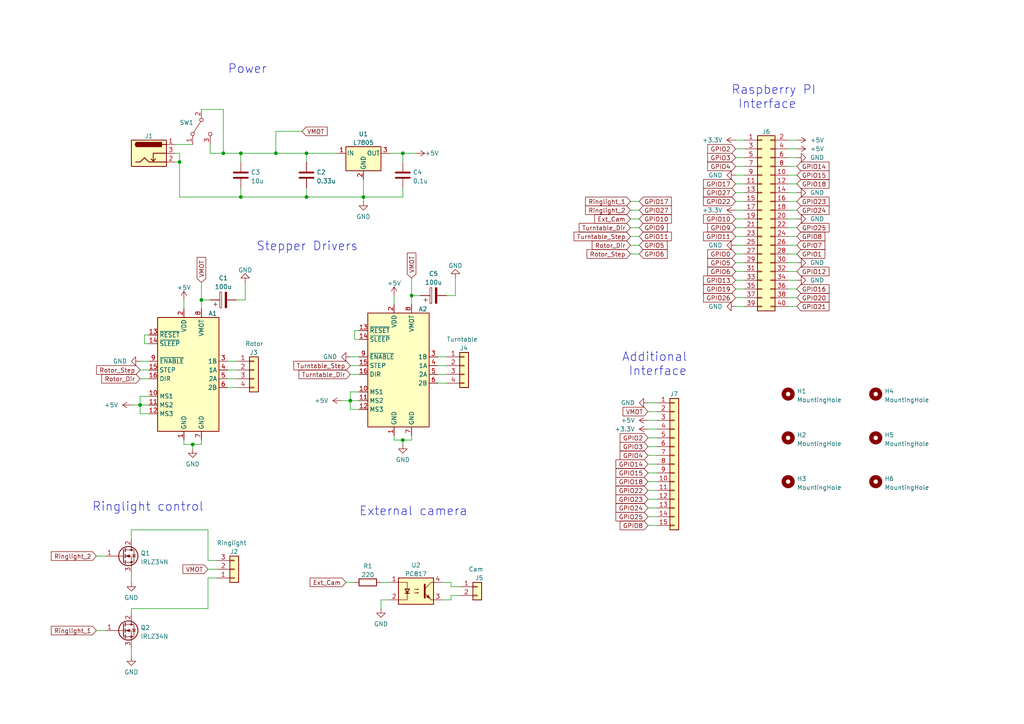
<source format=kicad_sch>
(kicad_sch (version 20211123) (generator eeschema)
  (paper "A4")
  (lib_symbols
    (symbol "Connector:Barrel_Jack_Switch_Pin3Ring" (pin_names hide)
      (property "Reference" "J?" (at 0 4.9728 0))
      (symbol "Barrel_Jack_Switch_Pin3Ring_0_1"
        (rectangle (start -5.08 3.81) (end 5.08 -3.81) (stroke (width 0.254)) (fill (type background)))
        (arc (start -3.302 3.175) (mid -3.937 2.54) (end -3.302 1.905) (stroke (width 0.254)))
        (arc (start -3.302 3.175) (mid -3.937 2.54) (end -3.302 1.905) (stroke (width 0.254)) (fill (type outline)))
        (polyline (pts (xy 1.27 -2.286) (xy 1.905 -1.651)) (stroke (width 0.254)))
        (polyline (pts (xy 5.08 2.54) (xy 3.81 2.54)) (stroke (width 0.254)))
        (polyline (pts (xy 5.08 0) (xy 1.27 0) (xy 1.27 -2.286) (xy 0.635 -1.651)) (stroke (width 0.254)))
        (polyline (pts (xy -3.81 -2.54) (xy -2.54 -2.54) (xy -1.27 -1.27) (xy 0 -2.54) (xy 2.54 -2.54) (xy 5.08 -2.54)) (stroke (width 0.254)))
        (rectangle (start 3.683 3.175) (end -3.302 1.905) (stroke (width 0.254)) (fill (type outline)))
      )
      (symbol "Barrel_Jack_Switch_Pin3Ring_1_1"
        (pin passive line (at 7.62 2.54 180) (length 2.54) (name "~") (number "1"))
        (pin passive line (at 7.62 -2.54 180) (length 2.54) (name "~") (number "2"))
        (pin passive line (at 7.62 0 180) (length 2.54) (name "~") (number "3"))
      )
    )
    (symbol "Connector_Generic:Conn_01x02" (pin_names (offset 1.016) hide)
      (property "Reference" "J" (at 0 2.54 0))
      (property "Value" "Conn_01x02" (at 0 -5.08 0))
      (symbol "Conn_01x02_1_1"
        (rectangle (start -1.27 -2.413) (end 0 -2.667) (stroke (width 0.1524)))
        (rectangle (start -1.27 0.127) (end 0 -0.127) (stroke (width 0.1524)))
        (rectangle (start -1.27 1.27) (end 1.27 -3.81) (stroke (width 0.254)) (fill (type background)))
        (pin passive line (at -5.08 0 0) (length 3.81) (name "Pin_1") (number "1"))
        (pin passive line (at -5.08 -2.54 0) (length 3.81) (name "Pin_2") (number "2"))
      )
    )
    (symbol "Connector_Generic:Conn_01x03" (pin_names (offset 1.016) hide)
      (property "Reference" "J" (at 0 5.08 0))
      (property "Value" "Conn_01x03" (at 0 -5.08 0))
      (symbol "Conn_01x03_1_1"
        (rectangle (start -1.27 -2.413) (end 0 -2.667) (stroke (width 0.1524)))
        (rectangle (start -1.27 0.127) (end 0 -0.127) (stroke (width 0.1524)))
        (rectangle (start -1.27 2.667) (end 0 2.413) (stroke (width 0.1524)))
        (rectangle (start -1.27 3.81) (end 1.27 -3.81) (stroke (width 0.254)) (fill (type background)))
        (pin passive line (at -5.08 2.54 0) (length 3.81) (name "Pin_1") (number "1"))
        (pin passive line (at -5.08 0 0) (length 3.81) (name "Pin_2") (number "2"))
        (pin passive line (at -5.08 -2.54 0) (length 3.81) (name "Pin_3") (number "3"))
      )
    )
    (symbol "Connector_Generic:Conn_01x04" (pin_names (offset 1.016) hide)
      (property "Reference" "J" (at 0 5.08 0))
      (property "Value" "Conn_01x04" (at 0 -7.62 0))
      (symbol "Conn_01x04_1_1"
        (rectangle (start -1.27 -4.953) (end 0 -5.207) (stroke (width 0.1524)))
        (rectangle (start -1.27 -2.413) (end 0 -2.667) (stroke (width 0.1524)))
        (rectangle (start -1.27 0.127) (end 0 -0.127) (stroke (width 0.1524)))
        (rectangle (start -1.27 2.667) (end 0 2.413) (stroke (width 0.1524)))
        (rectangle (start -1.27 3.81) (end 1.27 -6.35) (stroke (width 0.254)) (fill (type background)))
        (pin passive line (at -5.08 2.54 0) (length 3.81) (name "Pin_1") (number "1"))
        (pin passive line (at -5.08 0 0) (length 3.81) (name "Pin_2") (number "2"))
        (pin passive line (at -5.08 -2.54 0) (length 3.81) (name "Pin_3") (number "3"))
        (pin passive line (at -5.08 -5.08 0) (length 3.81) (name "Pin_4") (number "4"))
      )
    )
    (symbol "Connector_Generic:Conn_01x15" (pin_names (offset 1.016) hide)
      (property "Reference" "J" (at 0 20.32 0))
      (property "Value" "Conn_01x15" (at 0 -20.32 0))
      (symbol "Conn_01x15_1_1"
        (rectangle (start -1.27 -17.653) (end 0 -17.907) (stroke (width 0.1524)))
        (rectangle (start -1.27 -15.113) (end 0 -15.367) (stroke (width 0.1524)))
        (rectangle (start -1.27 -12.573) (end 0 -12.827) (stroke (width 0.1524)))
        (rectangle (start -1.27 -10.033) (end 0 -10.287) (stroke (width 0.1524)))
        (rectangle (start -1.27 -7.493) (end 0 -7.747) (stroke (width 0.1524)))
        (rectangle (start -1.27 -4.953) (end 0 -5.207) (stroke (width 0.1524)))
        (rectangle (start -1.27 -2.413) (end 0 -2.667) (stroke (width 0.1524)))
        (rectangle (start -1.27 0.127) (end 0 -0.127) (stroke (width 0.1524)))
        (rectangle (start -1.27 2.667) (end 0 2.413) (stroke (width 0.1524)))
        (rectangle (start -1.27 5.207) (end 0 4.953) (stroke (width 0.1524)))
        (rectangle (start -1.27 7.747) (end 0 7.493) (stroke (width 0.1524)))
        (rectangle (start -1.27 10.287) (end 0 10.033) (stroke (width 0.1524)))
        (rectangle (start -1.27 12.827) (end 0 12.573) (stroke (width 0.1524)))
        (rectangle (start -1.27 15.367) (end 0 15.113) (stroke (width 0.1524)))
        (rectangle (start -1.27 17.907) (end 0 17.653) (stroke (width 0.1524)))
        (rectangle (start -1.27 19.05) (end 1.27 -19.05) (stroke (width 0.254)) (fill (type background)))
        (pin passive line (at -5.08 17.78 0) (length 3.81) (name "Pin_1") (number "1"))
        (pin passive line (at -5.08 -5.08 0) (length 3.81) (name "Pin_10") (number "10"))
        (pin passive line (at -5.08 -7.62 0) (length 3.81) (name "Pin_11") (number "11"))
        (pin passive line (at -5.08 -10.16 0) (length 3.81) (name "Pin_12") (number "12"))
        (pin passive line (at -5.08 -12.7 0) (length 3.81) (name "Pin_13") (number "13"))
        (pin passive line (at -5.08 -15.24 0) (length 3.81) (name "Pin_14") (number "14"))
        (pin passive line (at -5.08 -17.78 0) (length 3.81) (name "Pin_15") (number "15"))
        (pin passive line (at -5.08 15.24 0) (length 3.81) (name "Pin_2") (number "2"))
        (pin passive line (at -5.08 12.7 0) (length 3.81) (name "Pin_3") (number "3"))
        (pin passive line (at -5.08 10.16 0) (length 3.81) (name "Pin_4") (number "4"))
        (pin passive line (at -5.08 7.62 0) (length 3.81) (name "Pin_5") (number "5"))
        (pin passive line (at -5.08 5.08 0) (length 3.81) (name "Pin_6") (number "6"))
        (pin passive line (at -5.08 2.54 0) (length 3.81) (name "Pin_7") (number "7"))
        (pin passive line (at -5.08 0 0) (length 3.81) (name "Pin_8") (number "8"))
        (pin passive line (at -5.08 -2.54 0) (length 3.81) (name "Pin_9") (number "9"))
      )
    )
    (symbol "Connector_Generic:Conn_02x20_Odd_Even" (pin_names (offset 1.016) hide)
      (property "Reference" "J" (at 1.27 25.4 0))
      (property "Value" "Conn_02x20_Odd_Even" (at 1.27 -27.94 0))
      (symbol "Conn_02x20_Odd_Even_1_1"
        (rectangle (start -1.27 -25.273) (end 0 -25.527) (stroke (width 0.1524)))
        (rectangle (start -1.27 -22.733) (end 0 -22.987) (stroke (width 0.1524)))
        (rectangle (start -1.27 -20.193) (end 0 -20.447) (stroke (width 0.1524)))
        (rectangle (start -1.27 -17.653) (end 0 -17.907) (stroke (width 0.1524)))
        (rectangle (start -1.27 -15.113) (end 0 -15.367) (stroke (width 0.1524)))
        (rectangle (start -1.27 -12.573) (end 0 -12.827) (stroke (width 0.1524)))
        (rectangle (start -1.27 -10.033) (end 0 -10.287) (stroke (width 0.1524)))
        (rectangle (start -1.27 -7.493) (end 0 -7.747) (stroke (width 0.1524)))
        (rectangle (start -1.27 -4.953) (end 0 -5.207) (stroke (width 0.1524)))
        (rectangle (start -1.27 -2.413) (end 0 -2.667) (stroke (width 0.1524)))
        (rectangle (start -1.27 0.127) (end 0 -0.127) (stroke (width 0.1524)))
        (rectangle (start -1.27 2.667) (end 0 2.413) (stroke (width 0.1524)))
        (rectangle (start -1.27 5.207) (end 0 4.953) (stroke (width 0.1524)))
        (rectangle (start -1.27 7.747) (end 0 7.493) (stroke (width 0.1524)))
        (rectangle (start -1.27 10.287) (end 0 10.033) (stroke (width 0.1524)))
        (rectangle (start -1.27 12.827) (end 0 12.573) (stroke (width 0.1524)))
        (rectangle (start -1.27 15.367) (end 0 15.113) (stroke (width 0.1524)))
        (rectangle (start -1.27 17.907) (end 0 17.653) (stroke (width 0.1524)))
        (rectangle (start -1.27 20.447) (end 0 20.193) (stroke (width 0.1524)))
        (rectangle (start -1.27 22.987) (end 0 22.733) (stroke (width 0.1524)))
        (rectangle (start -1.27 24.13) (end 3.81 -26.67) (stroke (width 0.254)) (fill (type background)))
        (rectangle (start 3.81 -25.273) (end 2.54 -25.527) (stroke (width 0.1524)))
        (rectangle (start 3.81 -22.733) (end 2.54 -22.987) (stroke (width 0.1524)))
        (rectangle (start 3.81 -20.193) (end 2.54 -20.447) (stroke (width 0.1524)))
        (rectangle (start 3.81 -17.653) (end 2.54 -17.907) (stroke (width 0.1524)))
        (rectangle (start 3.81 -15.113) (end 2.54 -15.367) (stroke (width 0.1524)))
        (rectangle (start 3.81 -12.573) (end 2.54 -12.827) (stroke (width 0.1524)))
        (rectangle (start 3.81 -10.033) (end 2.54 -10.287) (stroke (width 0.1524)))
        (rectangle (start 3.81 -7.493) (end 2.54 -7.747) (stroke (width 0.1524)))
        (rectangle (start 3.81 -4.953) (end 2.54 -5.207) (stroke (width 0.1524)))
        (rectangle (start 3.81 -2.413) (end 2.54 -2.667) (stroke (width 0.1524)))
        (rectangle (start 3.81 0.127) (end 2.54 -0.127) (stroke (width 0.1524)))
        (rectangle (start 3.81 2.667) (end 2.54 2.413) (stroke (width 0.1524)))
        (rectangle (start 3.81 5.207) (end 2.54 4.953) (stroke (width 0.1524)))
        (rectangle (start 3.81 7.747) (end 2.54 7.493) (stroke (width 0.1524)))
        (rectangle (start 3.81 10.287) (end 2.54 10.033) (stroke (width 0.1524)))
        (rectangle (start 3.81 12.827) (end 2.54 12.573) (stroke (width 0.1524)))
        (rectangle (start 3.81 15.367) (end 2.54 15.113) (stroke (width 0.1524)))
        (rectangle (start 3.81 17.907) (end 2.54 17.653) (stroke (width 0.1524)))
        (rectangle (start 3.81 20.447) (end 2.54 20.193) (stroke (width 0.1524)))
        (rectangle (start 3.81 22.987) (end 2.54 22.733) (stroke (width 0.1524)))
        (pin passive line (at -5.08 22.86 0) (length 3.81) (name "Pin_1") (number "1"))
        (pin passive line (at 7.62 12.7 180) (length 3.81) (name "Pin_10") (number "10"))
        (pin passive line (at -5.08 10.16 0) (length 3.81) (name "Pin_11") (number "11"))
        (pin passive line (at 7.62 10.16 180) (length 3.81) (name "Pin_12") (number "12"))
        (pin passive line (at -5.08 7.62 0) (length 3.81) (name "Pin_13") (number "13"))
        (pin passive line (at 7.62 7.62 180) (length 3.81) (name "Pin_14") (number "14"))
        (pin passive line (at -5.08 5.08 0) (length 3.81) (name "Pin_15") (number "15"))
        (pin passive line (at 7.62 5.08 180) (length 3.81) (name "Pin_16") (number "16"))
        (pin passive line (at -5.08 2.54 0) (length 3.81) (name "Pin_17") (number "17"))
        (pin passive line (at 7.62 2.54 180) (length 3.81) (name "Pin_18") (number "18"))
        (pin passive line (at -5.08 0 0) (length 3.81) (name "Pin_19") (number "19"))
        (pin passive line (at 7.62 22.86 180) (length 3.81) (name "Pin_2") (number "2"))
        (pin passive line (at 7.62 0 180) (length 3.81) (name "Pin_20") (number "20"))
        (pin passive line (at -5.08 -2.54 0) (length 3.81) (name "Pin_21") (number "21"))
        (pin passive line (at 7.62 -2.54 180) (length 3.81) (name "Pin_22") (number "22"))
        (pin passive line (at -5.08 -5.08 0) (length 3.81) (name "Pin_23") (number "23"))
        (pin passive line (at 7.62 -5.08 180) (length 3.81) (name "Pin_24") (number "24"))
        (pin passive line (at -5.08 -7.62 0) (length 3.81) (name "Pin_25") (number "25"))
        (pin passive line (at 7.62 -7.62 180) (length 3.81) (name "Pin_26") (number "26"))
        (pin passive line (at -5.08 -10.16 0) (length 3.81) (name "Pin_27") (number "27"))
        (pin passive line (at 7.62 -10.16 180) (length 3.81) (name "Pin_28") (number "28"))
        (pin passive line (at -5.08 -12.7 0) (length 3.81) (name "Pin_29") (number "29"))
        (pin passive line (at -5.08 20.32 0) (length 3.81) (name "Pin_3") (number "3"))
        (pin passive line (at 7.62 -12.7 180) (length 3.81) (name "Pin_30") (number "30"))
        (pin passive line (at -5.08 -15.24 0) (length 3.81) (name "Pin_31") (number "31"))
        (pin passive line (at 7.62 -15.24 180) (length 3.81) (name "Pin_32") (number "32"))
        (pin passive line (at -5.08 -17.78 0) (length 3.81) (name "Pin_33") (number "33"))
        (pin passive line (at 7.62 -17.78 180) (length 3.81) (name "Pin_34") (number "34"))
        (pin passive line (at -5.08 -20.32 0) (length 3.81) (name "Pin_35") (number "35"))
        (pin passive line (at 7.62 -20.32 180) (length 3.81) (name "Pin_36") (number "36"))
        (pin passive line (at -5.08 -22.86 0) (length 3.81) (name "Pin_37") (number "37"))
        (pin passive line (at 7.62 -22.86 180) (length 3.81) (name "Pin_38") (number "38"))
        (pin passive line (at -5.08 -25.4 0) (length 3.81) (name "Pin_39") (number "39"))
        (pin passive line (at 7.62 20.32 180) (length 3.81) (name "Pin_4") (number "4"))
        (pin passive line (at 7.62 -25.4 180) (length 3.81) (name "Pin_40") (number "40"))
        (pin passive line (at -5.08 17.78 0) (length 3.81) (name "Pin_5") (number "5"))
        (pin passive line (at 7.62 17.78 180) (length 3.81) (name "Pin_6") (number "6"))
        (pin passive line (at -5.08 15.24 0) (length 3.81) (name "Pin_7") (number "7"))
        (pin passive line (at 7.62 15.24 180) (length 3.81) (name "Pin_8") (number "8"))
        (pin passive line (at -5.08 12.7 0) (length 3.81) (name "Pin_9") (number "9"))
      )
    )
    (symbol "Device:C" (pin_numbers hide) (pin_names (offset 0.254))
      (property "Reference" "C" (at 0.635 2.54 0))
      (property "Value" "C" (at 0.635 -2.54 0))
      (symbol "C_0_1"
        (polyline (pts (xy -2.032 -0.762) (xy 2.032 -0.762)) (stroke (width 0.508)))
        (polyline (pts (xy -2.032 0.762) (xy 2.032 0.762)) (stroke (width 0.508)))
      )
      (symbol "C_1_1"
        (pin passive line (at 0 3.81 270) (length 2.794) (name "~") (number "1"))
        (pin passive line (at 0 -3.81 90) (length 2.794) (name "~") (number "2"))
      )
    )
    (symbol "Device:C_Polarized" (pin_numbers hide) (pin_names (offset 0.254))
      (property "Reference" "C" (at 0.635 2.54 0))
      (property "Value" "C_Polarized" (at 0.635 -2.54 0))
      (symbol "C_Polarized_0_1"
        (rectangle (start -2.286 0.508) (end 2.286 1.016))
        (polyline (pts (xy -1.778 2.286) (xy -0.762 2.286)))
        (polyline (pts (xy -1.27 2.794) (xy -1.27 1.778)))
        (rectangle (start 2.286 -0.508) (end -2.286 -1.016) (fill (type outline)))
      )
      (symbol "C_Polarized_1_1"
        (pin passive line (at 0 3.81 270) (length 2.794) (name "~") (number "1"))
        (pin passive line (at 0 -3.81 90) (length 2.794) (name "~") (number "2"))
      )
    )
    (symbol "Device:R" (pin_numbers hide) (pin_names (offset 0))
      (property "Reference" "R" (at 2.032 0 90))
      (property "Value" "R" (at 0 0 90))
      (symbol "R_0_1"
        (rectangle (start -1.016 -2.54) (end 1.016 2.54) (stroke (width 0.254)))
      )
      (symbol "R_1_1"
        (pin passive line (at 0 3.81 270) (length 1.27) (name "~") (number "1"))
        (pin passive line (at 0 -3.81 90) (length 1.27) (name "~") (number "2"))
      )
    )
    (symbol "Driver_Motor:Pololu_Breakout_A4988"
      (property "Reference" "A" (at -2.54 19.05 0))
      (property "Value" "Pololu_Breakout_A4988" (at -2.54 16.51 0))
      (symbol "Pololu_Breakout_A4988_0_1"
        (rectangle (start 10.16 -17.78) (end -7.62 15.24) (stroke (width 0.254)) (fill (type background)))
      )
      (symbol "Pololu_Breakout_A4988_1_1"
        (pin power_in line (at 0 -20.32 90) (length 2.54) (name "GND") (number "1"))
        (pin input line (at -10.16 -7.62 0) (length 2.54) (name "MS1") (number "10"))
        (pin input line (at -10.16 -10.16 0) (length 2.54) (name "MS2") (number "11"))
        (pin input line (at -10.16 -12.7 0) (length 2.54) (name "MS3") (number "12"))
        (pin input line (at -10.16 10.16 0) (length 2.54) (name "~{RESET}") (number "13"))
        (pin input line (at -10.16 7.62 0) (length 2.54) (name "~{SLEEP}") (number "14"))
        (pin input line (at -10.16 0 0) (length 2.54) (name "STEP") (number "15"))
        (pin input line (at -10.16 -2.54 0) (length 2.54) (name "DIR") (number "16"))
        (pin power_in line (at 0 17.78 270) (length 2.54) (name "VDD") (number "2"))
        (pin output line (at 12.7 2.54 180) (length 2.54) (name "1B") (number "3"))
        (pin output line (at 12.7 0 180) (length 2.54) (name "1A") (number "4"))
        (pin output line (at 12.7 -2.54 180) (length 2.54) (name "2A") (number "5"))
        (pin output line (at 12.7 -5.08 180) (length 2.54) (name "2B") (number "6"))
        (pin power_in line (at 5.08 -20.32 90) (length 2.54) (name "GND") (number "7"))
        (pin power_in line (at 5.08 17.78 270) (length 2.54) (name "VMOT") (number "8"))
        (pin input line (at -10.16 2.54 0) (length 2.54) (name "~{ENABLE}") (number "9"))
      )
    )
    (symbol "Isolator:PC817" (pin_names (offset 1.016))
      (property "Reference" "U" (at -5.08 5.08 0))
      (property "Value" "PC817" (at 0 5.08 0))
      (symbol "PC817_0_1"
        (rectangle (start -5.08 3.81) (end 5.08 -3.81) (stroke (width 0.254)) (fill (type background)))
        (polyline (pts (xy -3.175 -0.635) (xy -1.905 -0.635)) (stroke (width 0.254)))
        (polyline (pts (xy 2.54 0.635) (xy 4.445 2.54)))
        (polyline (pts (xy 4.445 -2.54) (xy 2.54 -0.635)) (fill (type outline)))
        (polyline (pts (xy 4.445 -2.54) (xy 5.08 -2.54)))
        (polyline (pts (xy 4.445 2.54) (xy 5.08 2.54)))
        (polyline (pts (xy -5.08 2.54) (xy -2.54 2.54) (xy -2.54 -0.635)))
        (polyline (pts (xy -2.54 -0.635) (xy -2.54 -2.54) (xy -5.08 -2.54)))
        (polyline (pts (xy 2.54 1.905) (xy 2.54 -1.905) (xy 2.54 -1.905)) (stroke (width 0.508)))
        (polyline (pts (xy -2.54 -0.635) (xy -3.175 0.635) (xy -1.905 0.635) (xy -2.54 -0.635)) (stroke (width 0.254)))
        (polyline (pts (xy -0.508 -0.508) (xy 0.762 -0.508) (xy 0.381 -0.635) (xy 0.381 -0.381) (xy 0.762 -0.508)))
        (polyline (pts (xy -0.508 0.508) (xy 0.762 0.508) (xy 0.381 0.381) (xy 0.381 0.635) (xy 0.762 0.508)))
        (polyline (pts (xy 3.048 -1.651) (xy 3.556 -1.143) (xy 4.064 -2.159) (xy 3.048 -1.651) (xy 3.048 -1.651)) (fill (type outline)))
      )
      (symbol "PC817_1_1"
        (pin passive line (at -7.62 2.54 0) (length 2.54) (name "~") (number "1"))
        (pin passive line (at -7.62 -2.54 0) (length 2.54) (name "~") (number "2"))
        (pin passive line (at 7.62 -2.54 180) (length 2.54) (name "~") (number "3"))
        (pin passive line (at 7.62 2.54 180) (length 2.54) (name "~") (number "4"))
      )
    )
    (symbol "Mechanical:MountingHole" (pin_names (offset 1.016))
      (property "Reference" "H" (at 0 5.08 0))
      (property "Value" "MountingHole" (at 0 3.175 0))
      (symbol "MountingHole_0_1"
        (circle (center 0 0) (radius 1.27) (stroke (width 1.27)))
      )
    )
    (symbol "Regulator_Linear:L7805" (pin_names (offset 0.254))
      (property "Reference" "U" (at -3.81 3.175 0))
      (property "Value" "L7805" (at 0 3.175 0))
      (symbol "L7805_0_1"
        (rectangle (start -5.08 1.905) (end 5.08 -5.08) (stroke (width 0.254)) (fill (type background)))
      )
      (symbol "L7805_1_1"
        (pin power_in line (at -7.62 0 0) (length 2.54) (name "IN") (number "1"))
        (pin power_in line (at 0 -7.62 90) (length 2.54) (name "GND") (number "2"))
        (pin power_out line (at 7.62 0 180) (length 2.54) (name "OUT") (number "3"))
      )
    )
    (symbol "Switch:SW_SPDT" (pin_names (offset 0) hide)
      (property "Reference" "SW" (at 0 4.318 0))
      (property "Value" "SW_SPDT" (at 0 -5.08 0))
      (symbol "SW_SPDT_0_0"
        (circle (center -2.032 0) (radius 0.508))
        (circle (center 2.032 -2.54) (radius 0.508))
      )
      (symbol "SW_SPDT_0_1"
        (polyline (pts (xy -1.524 0.254) (xy 1.651 2.286)))
        (circle (center 2.032 2.54) (radius 0.508))
      )
      (symbol "SW_SPDT_1_1"
        (pin passive line (at 5.08 2.54 180) (length 2.54) (name "A") (number "1"))
        (pin passive line (at -5.08 0 0) (length 2.54) (name "B") (number "2"))
        (pin passive line (at 5.08 -2.54 180) (length 2.54) (name "C") (number "3"))
      )
    )
    (symbol "Transistor_FET:IRLZ34N" (pin_names hide)
      (property "Reference" "Q" (at 6.35 1.905 0))
      (property "Value" "IRLZ34N" (at 6.35 0 0))
      (symbol "IRLZ34N_0_1"
        (polyline (pts (xy 0.254 0) (xy -2.54 0)))
        (polyline (pts (xy 0.254 1.905) (xy 0.254 -1.905)) (stroke (width 0.254)))
        (polyline (pts (xy 0.762 -1.27) (xy 0.762 -2.286)) (stroke (width 0.254)))
        (polyline (pts (xy 0.762 0.508) (xy 0.762 -0.508)) (stroke (width 0.254)))
        (polyline (pts (xy 0.762 2.286) (xy 0.762 1.27)) (stroke (width 0.254)))
        (polyline (pts (xy 2.54 2.54) (xy 2.54 1.778)))
        (polyline (pts (xy 2.54 -2.54) (xy 2.54 0) (xy 0.762 0)))
        (polyline (pts (xy 0.762 -1.778) (xy 3.302 -1.778) (xy 3.302 1.778) (xy 0.762 1.778)))
        (polyline (pts (xy 1.016 0) (xy 2.032 0.381) (xy 2.032 -0.381) (xy 1.016 0)) (fill (type outline)))
        (polyline (pts (xy 2.794 0.508) (xy 2.921 0.381) (xy 3.683 0.381) (xy 3.81 0.254)))
        (polyline (pts (xy 3.302 0.381) (xy 2.921 -0.254) (xy 3.683 -0.254) (xy 3.302 0.381)))
        (circle (center 1.651 0) (radius 2.794) (stroke (width 0.254)))
        (circle (center 2.54 -1.778) (radius 0.254) (fill (type outline)))
        (circle (center 2.54 1.778) (radius 0.254) (fill (type outline)))
      )
      (symbol "IRLZ34N_1_1"
        (pin input line (at -5.08 0 0) (length 2.54) (name "G") (number "1"))
        (pin passive line (at 2.54 5.08 270) (length 2.54) (name "D") (number "2"))
        (pin passive line (at 2.54 -5.08 90) (length 2.54) (name "S") (number "3"))
      )
    )
    (symbol "power:+3.3V" (power) (pin_names (offset 0))
      (property "Value" "+3.3V" (at 0 3.556 0))
      (symbol "+3.3V_0_1"
        (polyline (pts (xy -0.762 1.27) (xy 0 2.54)))
        (polyline (pts (xy 0 0) (xy 0 2.54)))
        (polyline (pts (xy 0 2.54) (xy 0.762 1.27)))
      )
      (symbol "+3.3V_1_1"
        (pin power_in line (at 0 0 90) (length 0) hide (name "+3.3V") (number "1"))
      )
    )
    (symbol "power:+5V" (power) (pin_names (offset 0))
      (property "Value" "+5V" (at 0 3.556 0))
      (symbol "+5V_0_1"
        (polyline (pts (xy -0.762 1.27) (xy 0 2.54)))
        (polyline (pts (xy 0 0) (xy 0 2.54)))
        (polyline (pts (xy 0 2.54) (xy 0.762 1.27)))
      )
      (symbol "+5V_1_1"
        (pin power_in line (at 0 0 90) (length 0) hide (name "+5V") (number "1"))
      )
    )
    (symbol "power:GND" (power) (pin_names (offset 0))
      (property "Value" "GND" (at 0 -3.81 0))
      (symbol "GND_0_1"
        (polyline (pts (xy 0 0) (xy 0 -1.27) (xy 1.27 -1.27) (xy 0 -2.54) (xy -1.27 -1.27) (xy 0 -1.27)))
      )
      (symbol "GND_1_1"
        (pin power_in line (at 0 0 270) (length 0) hide (name "GND") (number "1"))
      )
    )
  )
  (junction (at 69.85 44.45))
  (junction (at 52.07 46.99))
  (junction (at 55.88 128.905))
  (junction (at 80.01 44.45))
  (junction (at 88.9 44.45))
  (junction (at 88.9 57.15))
  (junction (at 58.42 86.995))
  (junction (at 64.77 44.45))
  (junction (at 105.41 57.15))
  (junction (at 116.84 127.635))
  (junction (at 40.64 117.475))
  (junction (at 116.84 44.45))
  (junction (at 69.85 57.15))
  (junction (at 101.6 116.205))
  (junction (at 119.38 85.725))
  (wire (pts (xy 43.18 99.695) (xy 41.91 99.695)))
  (wire (pts (xy 66.04 112.395) (xy 68.58 112.395)))
  (wire (pts (xy 55.88 128.905) (xy 58.42 128.905)))
  (wire (pts (xy 113.03 44.45) (xy 116.84 44.45)))
  (wire (pts (xy 182.88 68.58) (xy 185.42 68.58)))
  (wire (pts (xy 102.87 98.425) (xy 102.87 95.885)))
  (wire (pts (xy 66.04 109.855) (xy 68.58 109.855)))
  (wire (pts (xy 119.38 80.645) (xy 119.38 85.725)))
  (wire (pts (xy 119.38 85.725) (xy 121.92 85.725)))
  (wire (pts (xy 64.77 44.45) (xy 69.85 44.45)))
  (wire (pts (xy 60.96 44.45) (xy 64.77 44.45)))
  (wire (pts (xy 38.1 176.53) (xy 60.325 176.53)))
  (wire (pts (xy 38.1 153.67) (xy 60.325 153.67)))
  (wire (pts (xy 228.6 73.66) (xy 231.14 73.66)))
  (wire (pts (xy 38.1 156.21) (xy 38.1 153.67)))
  (wire (pts (xy 41.91 97.155) (xy 43.18 97.155)))
  (wire (pts (xy 182.88 73.66) (xy 185.42 73.66)))
  (wire (pts (xy 228.6 48.26) (xy 231.14 48.26)))
  (wire (pts (xy 88.9 44.45) (xy 88.9 46.99)))
  (wire (pts (xy 228.6 40.64) (xy 231.14 40.64)))
  (wire (pts (xy 116.84 44.45) (xy 120.65 44.45)))
  (wire (pts (xy 116.84 44.45) (xy 116.84 46.99)))
  (wire (pts (xy 228.6 63.5) (xy 231.14 63.5)))
  (wire (pts (xy 60.325 153.67) (xy 60.325 162.56)))
  (wire (pts (xy 213.36 55.88) (xy 215.9 55.88)))
  (wire (pts (xy 130.81 172.72) (xy 130.81 173.99)))
  (wire (pts (xy 116.84 127.635) (xy 116.84 128.905)))
  (wire (pts (xy 182.88 66.04) (xy 185.42 66.04)))
  (wire (pts (xy 40.64 117.475) (xy 40.64 114.935)))
  (wire (pts (xy 50.8 44.45) (xy 52.07 44.45)))
  (wire (pts (xy 101.6 103.505) (xy 104.14 103.505)))
  (wire (pts (xy 68.58 86.995) (xy 71.12 86.995)))
  (wire (pts (xy 182.88 63.5) (xy 185.42 63.5)))
  (wire (pts (xy 40.64 117.475) (xy 43.18 117.475)))
  (wire (pts (xy 213.36 81.28) (xy 215.9 81.28)))
  (wire (pts (xy 213.36 76.2) (xy 215.9 76.2)))
  (wire (pts (xy 228.6 55.88) (xy 231.14 55.88)))
  (wire (pts (xy 105.41 52.07) (xy 105.41 57.15)))
  (wire (pts (xy 228.6 43.18) (xy 231.14 43.18)))
  (wire (pts (xy 187.96 127) (xy 190.5 127)))
  (wire (pts (xy 213.36 50.8) (xy 215.9 50.8)))
  (wire (pts (xy 187.96 149.86) (xy 190.5 149.86)))
  (wire (pts (xy 55.88 128.905) (xy 55.88 130.175)))
  (wire (pts (xy 27.94 182.88) (xy 30.48 182.88)))
  (wire (pts (xy 99.06 116.205) (xy 101.6 116.205)))
  (wire (pts (xy 40.64 120.015) (xy 40.64 117.475)))
  (wire (pts (xy 130.81 170.18) (xy 133.35 170.18)))
  (wire (pts (xy 228.6 71.12) (xy 231.14 71.12)))
  (wire (pts (xy 104.14 98.425) (xy 102.87 98.425)))
  (wire (pts (xy 52.07 57.15) (xy 69.85 57.15)))
  (wire (pts (xy 60.325 162.56) (xy 62.865 162.56)))
  (wire (pts (xy 213.36 71.12) (xy 215.9 71.12)))
  (wire (pts (xy 187.96 132.08) (xy 190.5 132.08)))
  (wire (pts (xy 69.85 44.45) (xy 69.85 46.99)))
  (wire (pts (xy 213.36 68.58) (xy 215.9 68.58)))
  (wire (pts (xy 52.07 44.45) (xy 52.07 46.99)))
  (wire (pts (xy 58.42 128.905) (xy 58.42 127.635)))
  (wire (pts (xy 114.3 127.635) (xy 116.84 127.635)))
  (wire (pts (xy 228.6 68.58) (xy 231.14 68.58)))
  (wire (pts (xy 187.96 152.4) (xy 190.5 152.4)))
  (wire (pts (xy 88.9 44.45) (xy 97.79 44.45)))
  (wire (pts (xy 213.36 58.42) (xy 215.9 58.42)))
  (wire (pts (xy 66.04 104.775) (xy 68.58 104.775)))
  (wire (pts (xy 114.3 126.365) (xy 114.3 127.635)))
  (wire (pts (xy 228.6 50.8) (xy 231.14 50.8)))
  (wire (pts (xy 127 111.125) (xy 129.54 111.125)))
  (wire (pts (xy 53.34 127.635) (xy 53.34 128.905)))
  (wire (pts (xy 128.27 168.91) (xy 130.81 168.91)))
  (wire (pts (xy 213.36 88.9) (xy 215.9 88.9)))
  (wire (pts (xy 187.96 116.84) (xy 190.5 116.84)))
  (wire (pts (xy 127 103.505) (xy 129.54 103.505)))
  (wire (pts (xy 116.84 54.61) (xy 116.84 57.15)))
  (wire (pts (xy 213.36 63.5) (xy 215.9 63.5)))
  (wire (pts (xy 228.6 58.42) (xy 231.14 58.42)))
  (wire (pts (xy 58.42 86.995) (xy 58.42 89.535)))
  (wire (pts (xy 228.6 45.72) (xy 231.14 45.72)))
  (wire (pts (xy 129.54 85.725) (xy 132.08 85.725)))
  (wire (pts (xy 100.33 168.91) (xy 102.87 168.91)))
  (wire (pts (xy 187.96 137.16) (xy 190.5 137.16)))
  (wire (pts (xy 101.6 118.745) (xy 101.6 116.205)))
  (wire (pts (xy 187.96 124.46) (xy 190.5 124.46)))
  (wire (pts (xy 213.36 86.36) (xy 215.9 86.36)))
  (wire (pts (xy 64.77 31.75) (xy 64.77 44.45)))
  (wire (pts (xy 110.49 168.91) (xy 113.03 168.91)))
  (wire (pts (xy 133.35 172.72) (xy 130.81 172.72)))
  (wire (pts (xy 53.34 128.905) (xy 55.88 128.905)))
  (wire (pts (xy 43.18 120.015) (xy 40.64 120.015)))
  (wire (pts (xy 182.88 60.96) (xy 185.42 60.96)))
  (wire (pts (xy 187.96 134.62) (xy 190.5 134.62)))
  (wire (pts (xy 127 106.045) (xy 129.54 106.045)))
  (wire (pts (xy 50.8 41.91) (xy 55.88 41.91)))
  (wire (pts (xy 213.36 60.96) (xy 215.9 60.96)))
  (wire (pts (xy 102.87 95.885) (xy 104.14 95.885)))
  (wire (pts (xy 228.6 81.28) (xy 231.14 81.28)))
  (wire (pts (xy 228.6 53.34) (xy 231.14 53.34)))
  (wire (pts (xy 53.34 86.995) (xy 53.34 89.535)))
  (wire (pts (xy 187.96 121.92) (xy 190.5 121.92)))
  (wire (pts (xy 132.08 80.645) (xy 132.08 85.725)))
  (wire (pts (xy 41.91 99.695) (xy 41.91 97.155)))
  (wire (pts (xy 228.6 60.96) (xy 231.14 60.96)))
  (wire (pts (xy 69.85 54.61) (xy 69.85 57.15)))
  (wire (pts (xy 71.12 81.915) (xy 71.12 86.995)))
  (wire (pts (xy 187.96 129.54) (xy 190.5 129.54)))
  (wire (pts (xy 40.64 114.935) (xy 43.18 114.935)))
  (wire (pts (xy 80.01 38.1) (xy 87.63 38.1)))
  (wire (pts (xy 105.41 57.15) (xy 105.41 58.42)))
  (wire (pts (xy 130.81 168.91) (xy 130.81 170.18)))
  (wire (pts (xy 60.96 41.91) (xy 60.96 44.45)))
  (wire (pts (xy 69.85 57.15) (xy 88.9 57.15)))
  (wire (pts (xy 187.96 147.32) (xy 190.5 147.32)))
  (wire (pts (xy 116.84 127.635) (xy 119.38 127.635)))
  (wire (pts (xy 40.64 107.315) (xy 43.18 107.315)))
  (wire (pts (xy 213.36 40.64) (xy 215.9 40.64)))
  (wire (pts (xy 182.88 71.12) (xy 185.42 71.12)))
  (wire (pts (xy 38.1 187.96) (xy 38.1 190.5)))
  (wire (pts (xy 101.6 116.205) (xy 104.14 116.205)))
  (wire (pts (xy 228.6 83.82) (xy 231.14 83.82)))
  (wire (pts (xy 38.1 166.37) (xy 38.1 168.91)))
  (wire (pts (xy 213.36 53.34) (xy 215.9 53.34)))
  (wire (pts (xy 58.42 81.915) (xy 58.42 86.995)))
  (wire (pts (xy 187.96 142.24) (xy 190.5 142.24)))
  (wire (pts (xy 228.6 66.04) (xy 231.14 66.04)))
  (wire (pts (xy 119.38 127.635) (xy 119.38 126.365)))
  (wire (pts (xy 60.325 165.1) (xy 62.865 165.1)))
  (wire (pts (xy 228.6 78.74) (xy 231.14 78.74)))
  (wire (pts (xy 101.6 116.205) (xy 101.6 113.665)))
  (wire (pts (xy 60.325 176.53) (xy 60.325 167.64)))
  (wire (pts (xy 130.81 173.99) (xy 128.27 173.99)))
  (wire (pts (xy 116.84 57.15) (xy 105.41 57.15)))
  (wire (pts (xy 213.36 83.82) (xy 215.9 83.82)))
  (wire (pts (xy 187.96 139.7) (xy 190.5 139.7)))
  (wire (pts (xy 182.88 58.42) (xy 185.42 58.42)))
  (wire (pts (xy 80.01 44.45) (xy 88.9 44.45)))
  (wire (pts (xy 101.6 106.045) (xy 104.14 106.045)))
  (wire (pts (xy 27.94 161.29) (xy 30.48 161.29)))
  (wire (pts (xy 101.6 108.585) (xy 104.14 108.585)))
  (wire (pts (xy 80.01 38.1) (xy 80.01 44.45)))
  (wire (pts (xy 69.85 44.45) (xy 80.01 44.45)))
  (wire (pts (xy 110.49 173.99) (xy 113.03 173.99)))
  (wire (pts (xy 114.3 85.725) (xy 114.3 88.265)))
  (wire (pts (xy 104.14 118.745) (xy 101.6 118.745)))
  (wire (pts (xy 213.36 45.72) (xy 215.9 45.72)))
  (wire (pts (xy 38.1 176.53) (xy 38.1 177.8)))
  (wire (pts (xy 58.42 31.75) (xy 64.77 31.75)))
  (wire (pts (xy 228.6 76.2) (xy 231.14 76.2)))
  (wire (pts (xy 187.96 119.38) (xy 190.5 119.38)))
  (wire (pts (xy 60.325 167.64) (xy 62.865 167.64)))
  (wire (pts (xy 213.36 43.18) (xy 215.9 43.18)))
  (wire (pts (xy 50.8 46.99) (xy 52.07 46.99)))
  (wire (pts (xy 119.38 85.725) (xy 119.38 88.265)))
  (wire (pts (xy 110.49 176.53) (xy 110.49 173.99)))
  (wire (pts (xy 40.64 104.775) (xy 43.18 104.775)))
  (wire (pts (xy 127 108.585) (xy 129.54 108.585)))
  (wire (pts (xy 40.64 109.855) (xy 43.18 109.855)))
  (wire (pts (xy 213.36 48.26) (xy 215.9 48.26)))
  (wire (pts (xy 213.36 73.66) (xy 215.9 73.66)))
  (wire (pts (xy 213.36 78.74) (xy 215.9 78.74)))
  (wire (pts (xy 66.04 107.315) (xy 68.58 107.315)))
  (wire (pts (xy 228.6 88.9) (xy 231.14 88.9)))
  (wire (pts (xy 213.36 66.04) (xy 215.9 66.04)))
  (wire (pts (xy 88.9 57.15) (xy 105.41 57.15)))
  (wire (pts (xy 52.07 46.99) (xy 52.07 57.15)))
  (wire (pts (xy 101.6 113.665) (xy 104.14 113.665)))
  (wire (pts (xy 38.1 117.475) (xy 40.64 117.475)))
  (wire (pts (xy 187.96 144.78) (xy 190.5 144.78)))
  (wire (pts (xy 228.6 86.36) (xy 231.14 86.36)))
  (wire (pts (xy 88.9 54.61) (xy 88.9 57.15)))
  (wire (pts (xy 58.42 86.995) (xy 60.96 86.995)))
  (text "Additional\n Interface\n" (at 180.34 109.22 0) (effects (font (size 2.54 2.54)) (justify left bottom)))
  (text "Power" (at 66.04 21.59 0) (effects (font (size 2.54 2.54)) (justify left bottom)))
  (text "Stepper Drivers" (at 74.295 73.025 0) (effects (font (size 2.54 2.54)) (justify left bottom)))
  (text "External camera" (at 104.14 149.86 0) (effects (font (size 2.54 2.54)) (justify left bottom)))
  (text "Raspberry PI\n Interface\n" (at 212.09 31.75 0) (effects (font (size 2.54 2.54)) (justify left bottom)))
  (text "Ringlight control" (at 26.67 148.59 0) (effects (font (size 2.54 2.54)) (justify left bottom)))
  (global_label "GPIO9" (shape input) (at 213.36 66.04 180) (property "Intersheet References" "${INTERSHEET_REFS}" (effects hide)))
  (global_label "GPIO3" (shape input) (at 187.96 129.54 180) (property "Intersheet References" "${INTERSHEET_REFS}" (effects hide)))
  (global_label "GPIO25" (shape input) (at 231.14 66.04 0) (property "Intersheet References" "${INTERSHEET_REFS}" (effects hide)))
  (global_label "VMOT" (shape input) (at 119.38 80.645 90) (property "Intersheet References" "${INTERSHEET_REFS}" (effects hide)))
  (global_label "GPIO10" (shape input) (at 213.36 63.5 180) (property "Intersheet References" "${INTERSHEET_REFS}" (effects hide)))
  (global_label "GPIO12" (shape input) (at 231.14 78.74 0) (property "Intersheet References" "${INTERSHEET_REFS}" (effects hide)))
  (global_label "GPIO26" (shape input) (at 213.36 86.36 180) (property "Intersheet References" "${INTERSHEET_REFS}" (effects hide)))
  (global_label "GPIO2" (shape input) (at 187.96 127 180) (property "Intersheet References" "${INTERSHEET_REFS}" (effects hide)))
  (global_label "GPIO15" (shape input) (at 231.14 50.8 0) (property "Intersheet References" "${INTERSHEET_REFS}" (effects hide)))
  (global_label "GPIO22" (shape input) (at 213.36 58.42 180) (property "Intersheet References" "${INTERSHEET_REFS}" (effects hide)))
  (global_label "GPIO9" (shape input) (at 185.42 66.04 0) (property "Intersheet References" "${INTERSHEET_REFS}" (effects hide)))
  (global_label "GPIO4" (shape input) (at 213.36 48.26 180) (property "Intersheet References" "${INTERSHEET_REFS}" (effects hide)))
  (global_label "GPIO8" (shape input) (at 187.96 152.4 180) (property "Intersheet References" "${INTERSHEET_REFS}" (effects hide)))
  (global_label "GPIO11" (shape input) (at 185.42 68.58 0) (property "Intersheet References" "${INTERSHEET_REFS}" (effects hide)))
  (global_label "Rotor_Step" (shape input) (at 40.64 107.315 180) (property "Intersheet References" "${INTERSHEET_REFS}" (effects hide)))
  (global_label "Ringlight_1" (shape input) (at 27.94 182.88 180) (property "Intersheet References" "${INTERSHEET_REFS}" (effects hide)))
  (global_label "GPIO23" (shape input) (at 231.14 58.42 0) (property "Intersheet References" "${INTERSHEET_REFS}" (effects hide)))
  (global_label "VMOT" (shape input) (at 87.63 38.1 0) (property "Intersheet References" "${INTERSHEET_REFS}" (effects hide)))
  (global_label "GPIO17" (shape input) (at 213.36 53.34 180) (property "Intersheet References" "${INTERSHEET_REFS}" (effects hide)))
  (global_label "GPIO10" (shape input) (at 185.42 63.5 0) (property "Intersheet References" "${INTERSHEET_REFS}" (effects hide)))
  (global_label "GPIO6" (shape input) (at 213.36 78.74 180) (property "Intersheet References" "${INTERSHEET_REFS}" (effects hide)))
  (global_label "GPIO5" (shape input) (at 213.36 76.2 180) (property "Intersheet References" "${INTERSHEET_REFS}" (effects hide)))
  (global_label "GPIO2" (shape input) (at 213.36 43.18 180) (property "Intersheet References" "${INTERSHEET_REFS}" (effects hide)))
  (global_label "VMOT" (shape input) (at 58.42 81.915 90) (property "Intersheet References" "${INTERSHEET_REFS}" (effects hide)))
  (global_label "Turntable_Dir" (shape input) (at 182.88 66.04 180) (property "Intersheet References" "${INTERSHEET_REFS}" (effects hide)))
  (global_label "GPIO27" (shape input) (at 213.36 55.88 180) (property "Intersheet References" "${INTERSHEET_REFS}" (effects hide)))
  (global_label "VMOT" (shape input) (at 187.96 119.38 180) (property "Intersheet References" "${INTERSHEET_REFS}" (effects hide)))
  (global_label "GPIO23" (shape input) (at 187.96 144.78 180) (property "Intersheet References" "${INTERSHEET_REFS}" (effects hide)))
  (global_label "Ext_Cam" (shape input) (at 100.33 168.91 180) (property "Intersheet References" "${INTERSHEET_REFS}" (effects hide)))
  (global_label "Ext_Cam" (shape input) (at 182.88 63.5 180) (property "Intersheet References" "${INTERSHEET_REFS}" (effects hide)))
  (global_label "GPIO21" (shape input) (at 231.14 88.9 0) (property "Intersheet References" "${INTERSHEET_REFS}" (effects hide)))
  (global_label "GPIO19" (shape input) (at 213.36 83.82 180) (property "Intersheet References" "${INTERSHEET_REFS}" (effects hide)))
  (global_label "Ringlight_2" (shape input) (at 27.94 161.29 180) (property "Intersheet References" "${INTERSHEET_REFS}" (effects hide)))
  (global_label "GPIO3" (shape input) (at 213.36 45.72 180) (property "Intersheet References" "${INTERSHEET_REFS}" (effects hide)))
  (global_label "Turntable_Step" (shape input) (at 101.6 106.045 180) (property "Intersheet References" "${INTERSHEET_REFS}" (effects hide)))
  (global_label "VMOT" (shape input) (at 60.325 165.1 180) (property "Intersheet References" "${INTERSHEET_REFS}" (effects hide)))
  (global_label "GPIO24" (shape input) (at 187.96 147.32 180) (property "Intersheet References" "${INTERSHEET_REFS}" (effects hide)))
  (global_label "GPIO18" (shape input) (at 231.14 53.34 0) (property "Intersheet References" "${INTERSHEET_REFS}" (effects hide)))
  (global_label "Ringlight_1" (shape input) (at 182.88 58.42 180) (property "Intersheet References" "${INTERSHEET_REFS}" (effects hide)))
  (global_label "GPIO14" (shape input) (at 231.14 48.26 0) (property "Intersheet References" "${INTERSHEET_REFS}" (effects hide)))
  (global_label "GPIO15" (shape input) (at 187.96 137.16 180) (property "Intersheet References" "${INTERSHEET_REFS}" (effects hide)))
  (global_label "GPIO24" (shape input) (at 231.14 60.96 0) (property "Intersheet References" "${INTERSHEET_REFS}" (effects hide)))
  (global_label "GPIO0" (shape input) (at 213.36 73.66 180) (property "Intersheet References" "${INTERSHEET_REFS}" (effects hide)))
  (global_label "Ringlight_2" (shape input) (at 182.88 60.96 180) (property "Intersheet References" "${INTERSHEET_REFS}" (effects hide)))
  (global_label "GPIO6" (shape input) (at 185.42 73.66 0) (property "Intersheet References" "${INTERSHEET_REFS}" (effects hide)))
  (global_label "GPIO25" (shape input) (at 187.96 149.86 180) (property "Intersheet References" "${INTERSHEET_REFS}" (effects hide)))
  (global_label "GPIO14" (shape input) (at 187.96 134.62 180) (property "Intersheet References" "${INTERSHEET_REFS}" (effects hide)))
  (global_label "GPIO16" (shape input) (at 231.14 83.82 0) (property "Intersheet References" "${INTERSHEET_REFS}" (effects hide)))
  (global_label "Turntable_Dir" (shape input) (at 101.6 108.585 180) (property "Intersheet References" "${INTERSHEET_REFS}" (effects hide)))
  (global_label "GPIO18" (shape input) (at 187.96 139.7 180) (property "Intersheet References" "${INTERSHEET_REFS}" (effects hide)))
  (global_label "Rotor_Dir" (shape input) (at 182.88 71.12 180) (property "Intersheet References" "${INTERSHEET_REFS}" (effects hide)))
  (global_label "GPIO11" (shape input) (at 213.36 68.58 180) (property "Intersheet References" "${INTERSHEET_REFS}" (effects hide)))
  (global_label "GPIO5" (shape input) (at 185.42 71.12 0) (property "Intersheet References" "${INTERSHEET_REFS}" (effects hide)))
  (global_label "GPIO20" (shape input) (at 231.14 86.36 0) (property "Intersheet References" "${INTERSHEET_REFS}" (effects hide)))
  (global_label "GPIO17" (shape input) (at 185.42 58.42 0) (property "Intersheet References" "${INTERSHEET_REFS}" (effects hide)))
  (global_label "GPIO8" (shape input) (at 231.14 68.58 0) (property "Intersheet References" "${INTERSHEET_REFS}" (effects hide)))
  (global_label "GPIO4" (shape input) (at 187.96 132.08 180) (property "Intersheet References" "${INTERSHEET_REFS}" (effects hide)))
  (global_label "GPIO22" (shape input) (at 187.96 142.24 180) (property "Intersheet References" "${INTERSHEET_REFS}" (effects hide)))
  (global_label "Rotor_Dir" (shape input) (at 40.64 109.855 180) (property "Intersheet References" "${INTERSHEET_REFS}" (effects hide)))
  (global_label "GPIO13" (shape input) (at 213.36 81.28 180) (property "Intersheet References" "${INTERSHEET_REFS}" (effects hide)))
  (global_label "Rotor_Step" (shape input) (at 182.88 73.66 180) (property "Intersheet References" "${INTERSHEET_REFS}" (effects hide)))
  (global_label "GPIO1" (shape input) (at 231.14 73.66 0) (property "Intersheet References" "${INTERSHEET_REFS}" (effects hide)))
  (global_label "Turntable_Step" (shape input) (at 182.88 68.58 180) (property "Intersheet References" "${INTERSHEET_REFS}" (effects hide)))
  (global_label "GPIO27" (shape input) (at 185.42 60.96 0) (property "Intersheet References" "${INTERSHEET_REFS}" (effects hide)))
  (global_label "GPIO7" (shape input) (at 231.14 71.12 0) (property "Intersheet References" "${INTERSHEET_REFS}" (effects hide)))
  (symbol (lib_id "Mechanical:MountingHole") (at 254 127 0) (unit 1)
    (property "Reference" "H5" (at 256.54 126.1653 0) (effects (justify left)))
    (property "Value" "MountingHole" (at 256.54 128.7022 0) (effects (justify left)))
    (property "Footprint" "MountingHole:MountingHole_3.5mm" (effects hide))
  )
  (symbol (lib_id "Connector_Generic:Conn_01x03") (at 67.945 165.1 0) (mirror x) (unit 1)
    (property "Reference" "J2" (at 66.675 160.02 0) (effects (justify left)))
    (property "Value" "Ringlight" (at 62.865 157.48 0) (effects (justify left)))
    (property "Footprint" "Connector_JST:JST_XH_S3B-XH-A_1x03_P2.50mm_Horizontal" (effects hide))
  )
  (symbol (lib_id "Device:C") (at 69.85 50.8 0) (unit 1)
    (property "Reference" "C3" (at 72.771 49.9653 0) (effects (justify left)))
    (property "Value" "10u" (at 72.771 52.5022 0) (effects (justify left)))
    (property "Footprint" "Capacitor_SMD:C_0805_2012Metric_Pad1.18x1.45mm_HandSolder" (effects hide))
  )
  (symbol (lib_id "power:GND") (at 101.6 103.505 270) (unit 1)
    (property "Reference" "#PWR011" (effects hide))
    (property "Value" "GND" (at 97.79 103.505 90) (effects (justify right)))
  )
  (symbol (lib_id "power:+5V") (at 114.3 85.725 0) (unit 1)
    (property "Reference" "#PWR014" (effects hide))
    (property "Value" "+5V" (at 114.3 82.1492 0))
  )
  (symbol (lib_id "Mechanical:MountingHole") (at 228.6 114.3 0) (unit 1)
    (property "Reference" "H1" (at 231.14 113.4653 0) (effects (justify left)))
    (property "Value" "MountingHole" (at 231.14 116.0022 0) (effects (justify left)))
    (property "Footprint" "MountingHole:MountingHole_3.5mm" (effects hide))
  )
  (symbol (lib_id "Driver_Motor:Pololu_Breakout_A4988") (at 53.34 107.315 0) (unit 1)
    (property "Reference" "A1" (at 60.4394 90.9122 0) (effects (justify left)))
    (property "Value" "Pololu_Breakout_A4988" (effects hide))
    (property "Footprint" "Module:Pololu_Breakout-16_15.2x20.3mm" (effects hide))
    (property "Datasheet" "https://www.pololu.com/product/2980/pictures" (effects hide))
  )
  (symbol (lib_id "power:+5V") (at 38.1 117.475 90) (unit 1)
    (property "Reference" "#PWR01" (effects hide))
    (property "Value" "+5V" (at 34.29 117.475 90) (effects (justify left)))
  )
  (symbol (lib_id "Transistor_FET:IRLZ34N") (at 35.56 161.29 0) (unit 1)
    (property "Reference" "Q1" (at 40.767 160.4553 0) (effects (justify left)))
    (property "Value" "IRLZ34N" (at 40.767 162.9922 0) (effects (justify left)))
    (property "Footprint" "Package_TO_SOT_THT:TO-220-3_Horizontal_TabDown" (effects hide))
    (property "Datasheet" "http://www.infineon.com/dgdl/irlz34npbf.pdf?fileId=5546d462533600a40153567206892720" (effects hide))
  )
  (symbol (lib_id "Connector_Generic:Conn_01x15") (at 195.58 134.62 0) (unit 1)
    (property "Reference" "J7" (at 194.31 114.3 0) (effects (justify left)))
    (property "Value" "Conn_01x15" (effects hide))
    (property "Footprint" "Connector_PinHeader_2.54mm:PinHeader_1x15_P2.54mm_Vertical" (effects hide))
  )
  (symbol (lib_id "Mechanical:MountingHole") (at 228.6 139.7 0) (unit 1)
    (property "Reference" "H3" (at 231.14 138.8653 0) (effects (justify left)))
    (property "Value" "MountingHole" (at 231.14 141.4022 0) (effects (justify left)))
    (property "Footprint" "MountingHole:MountingHole_3.5mm" (effects hide))
  )
  (symbol (lib_id "Mechanical:MountingHole") (at 228.6 127 0) (unit 1)
    (property "Reference" "H2" (at 231.14 126.1653 0) (effects (justify left)))
    (property "Value" "MountingHole" (at 231.14 128.7022 0) (effects (justify left)))
    (property "Footprint" "MountingHole:MountingHole_3.5mm" (effects hide))
  )
  (symbol (lib_id "Mechanical:MountingHole") (at 254 114.3 0) (unit 1)
    (property "Reference" "H4" (at 256.54 113.4653 0) (effects (justify left)))
    (property "Value" "MountingHole" (at 256.54 116.0022 0) (effects (justify left)))
    (property "Footprint" "MountingHole:MountingHole_3.5mm" (effects hide))
  )
  (symbol (lib_id "power:GND") (at 105.41 58.42 0) (unit 1)
    (property "Reference" "#PWR09" (effects hide))
    (property "Value" "GND" (at 105.41 62.8634 0))
  )
  (symbol (lib_id "Connector_Generic:Conn_01x02") (at 138.43 170.18 0) (unit 1)
    (property "Reference" "J5" (at 137.795 167.64 0) (effects (justify left)))
    (property "Value" "Cam" (at 135.89 165.1 0) (effects (justify left)))
    (property "Footprint" "Connector_PinSocket_2.54mm:PinSocket_1x02_P2.54mm_Vertical" (effects hide))
  )
  (symbol (lib_id "power:+3.3V") (at 213.36 60.96 90) (unit 1)
    (property "Reference" "#PWR019" (effects hide))
    (property "Value" "+3.3V" (at 209.55 60.96 90) (effects (justify left)))
  )
  (symbol (lib_id "power:+5V") (at 231.14 40.64 270) (unit 1)
    (property "Reference" "#PWR025" (effects hide))
    (property "Value" "+5V" (at 234.95 40.64 90) (effects (justify left)))
  )
  (symbol (lib_id "power:GND") (at 71.12 81.915 180) (unit 1)
    (property "Reference" "#PWR08" (effects hide))
    (property "Value" "GND" (at 71.12 78.3392 0))
  )
  (symbol (lib_id "Isolator:PC817") (at 120.65 171.45 0) (unit 1)
    (property "Reference" "U2" (at 120.65 163.9402 0))
    (property "Value" "PC817" (at 120.65 166.4771 0))
    (property "Footprint" "Package_DIP:DIP-4_W7.62mm" (effects hide))
    (property "Datasheet" "http://www.soselectronic.cz/a_info/resource/d/pc817.pdf" (effects hide))
  )
  (symbol (lib_id "Device:C_Polarized") (at 125.73 85.725 90) (unit 1)
    (property "Reference" "C5" (at 125.73 79.375 90))
    (property "Value" "100u" (at 125.73 81.915 90))
    (property "Footprint" "Capacitor_THT:CP_Radial_D6.3mm_P2.50mm" (effects hide))
  )
  (symbol (lib_id "power:+3.3V") (at 187.96 124.46 90) (unit 1)
    (property "Reference" "#PWR024" (effects hide))
    (property "Value" "+3.3V" (at 184.15 124.46 90) (effects (justify left)))
  )
  (symbol (lib_id "power:GND") (at 116.84 128.905 0) (unit 1)
    (property "Reference" "#PWR015" (effects hide))
    (property "Value" "GND" (at 116.84 133.3484 0))
  )
  (symbol (lib_id "Device:R") (at 106.68 168.91 90) (unit 1)
    (property "Reference" "R1" (at 106.68 164.1942 90))
    (property "Value" "220" (at 106.68 166.7311 90))
    (property "Footprint" "Resistor_THT:R_Axial_DIN0207_L6.3mm_D2.5mm_P10.16mm_Horizontal" (effects hide))
  )
  (symbol (lib_id "power:GND") (at 231.14 76.2 90) (unit 1)
    (property "Reference" "#PWR030" (effects hide))
    (property "Value" "GND" (at 234.95 76.2 90) (effects (justify right)))
  )
  (symbol (lib_id "Device:C") (at 88.9 50.8 0) (unit 1)
    (property "Reference" "C2" (at 91.821 49.9653 0) (effects (justify left)))
    (property "Value" "0.33u" (at 91.821 52.5022 0) (effects (justify left)))
    (property "Footprint" "Capacitor_SMD:C_0805_2012Metric_Pad1.18x1.45mm_HandSolder" (effects hide))
  )
  (symbol (lib_id "Connector_Generic:Conn_01x04") (at 73.66 107.315 0) (unit 1)
    (property "Reference" "J3" (at 72.39 102.235 0) (effects (justify left)))
    (property "Value" "Rotor" (at 71.12 99.695 0) (effects (justify left)))
    (property "Footprint" "Connector_PinHeader_2.54mm:PinHeader_1x04_P2.54mm_Vertical" (effects hide))
  )
  (symbol (lib_id "power:GND") (at 55.88 130.175 0) (unit 1)
    (property "Reference" "#PWR06" (effects hide))
    (property "Value" "GND" (at 55.88 134.6184 0))
  )
  (symbol (lib_id "Regulator_Linear:L7805") (at 105.41 44.45 0) (unit 1)
    (property "Reference" "U1" (at 105.41 38.8452 0))
    (property "Value" "L7805" (at 105.41 41.3821 0))
    (property "Footprint" "Package_TO_SOT_THT:TO-220-3_Horizontal_TabDown" (effects hide))
    (property "Datasheet" "http://www.st.com/content/ccc/resource/technical/document/datasheet/41/4f/b3/b0/12/d4/47/88/CD00000444.pdf/files/CD00000444.pdf/jcr:content/translations/en.CD00000444.pdf" (effects hide))
  )
  (symbol (lib_id "Driver_Motor:Pololu_Breakout_A4988") (at 114.3 106.045 0) (unit 1)
    (property "Reference" "A2" (at 121.3994 89.6422 0) (effects (justify left)))
    (property "Value" "Pololu_Breakout_A4988" (effects hide))
    (property "Footprint" "Module:Pololu_Breakout-16_15.2x20.3mm" (effects hide))
    (property "Datasheet" "https://www.pololu.com/product/2980/pictures" (effects hide))
  )
  (symbol (lib_id "Device:C") (at 116.84 50.8 0) (unit 1)
    (property "Reference" "C4" (at 119.761 49.9653 0) (effects (justify left)))
    (property "Value" "0.1u" (at 119.761 52.5022 0) (effects (justify left)))
    (property "Footprint" "Capacitor_SMD:C_0805_2012Metric_Pad1.18x1.45mm_HandSolder" (effects hide))
  )
  (symbol (lib_id "power:GND") (at 231.14 63.5 90) (unit 1)
    (property "Reference" "#PWR029" (effects hide))
    (property "Value" "GND" (at 234.95 63.5 90) (effects (justify right)))
  )
  (symbol (lib_id "Transistor_FET:IRLZ34N") (at 35.56 182.88 0) (unit 1)
    (property "Reference" "Q2" (at 40.767 182.0453 0) (effects (justify left)))
    (property "Value" "IRLZ34N" (at 40.767 184.5822 0) (effects (justify left)))
    (property "Footprint" "Package_TO_SOT_THT:TO-220-3_Horizontal_TabDown" (effects hide))
    (property "Datasheet" "http://www.infineon.com/dgdl/irlz34npbf.pdf?fileId=5546d462533600a40153567206892720" (effects hide))
  )
  (symbol (lib_id "Device:C_Polarized") (at 64.77 86.995 90) (unit 1)
    (property "Reference" "C1" (at 64.77 80.645 90))
    (property "Value" "100u" (at 64.77 83.185 90))
    (property "Footprint" "Capacitor_THT:CP_Radial_D6.3mm_P2.50mm" (effects hide))
  )
  (symbol (lib_id "power:GND") (at 231.14 55.88 90) (unit 1)
    (property "Reference" "#PWR028" (effects hide))
    (property "Value" "GND" (at 234.95 55.88 90) (effects (justify right)))
  )
  (symbol (lib_id "power:GND") (at 231.14 45.72 90) (unit 1)
    (property "Reference" "#PWR027" (effects hide))
    (property "Value" "GND" (at 234.95 45.72 90) (effects (justify right)))
  )
  (symbol (lib_id "power:GND") (at 38.1 190.5 0) (unit 1)
    (property "Reference" "#PWR03" (effects hide))
    (property "Value" "GND" (at 38.1 194.9434 0))
  )
  (symbol (lib_id "power:GND") (at 187.96 116.84 270) (unit 1)
    (property "Reference" "#PWR022" (effects hide))
    (property "Value" "GND" (at 184.15 116.84 90) (effects (justify right)))
  )
  (symbol (lib_id "power:+5V") (at 53.34 86.995 0) (unit 1)
    (property "Reference" "#PWR05" (effects hide))
    (property "Value" "+5V" (at 53.34 83.4192 0))
  )
  (symbol (lib_id "power:+5V") (at 187.96 121.92 90) (unit 1)
    (property "Reference" "#PWR023" (effects hide))
    (property "Value" "+5V" (at 184.15 121.92 90) (effects (justify left)))
  )
  (symbol (lib_id "Connector_Generic:Conn_02x20_Odd_Even") (at 220.98 63.5 0) (unit 1)
    (property "Reference" "J6" (at 222.25 38.2072 0))
    (property "Value" "Conn_02x20_Odd_Even" (effects hide))
    (property "Footprint" "Connector_PinSocket_2.54mm:PinSocket_2x20_P2.54mm_Vertical" (effects hide))
  )
  (symbol (lib_id "Switch:SW_SPDT") (at 58.42 36.83 90) (mirror x) (unit 1)
    (property "Reference" "SW1" (at 52.07 35.56 90) (effects (justify right)))
    (property "Value" "SW_SPDT" (effects hide))
    (property "Footprint" "footprints:1101M2S3CQE2" (effects hide))
  )
  (symbol (lib_id "power:GND") (at 213.36 71.12 270) (unit 1)
    (property "Reference" "#PWR020" (effects hide))
    (property "Value" "GND" (at 209.55 71.12 90) (effects (justify right)))
  )
  (symbol (lib_id "power:GND") (at 213.36 50.8 270) (unit 1)
    (property "Reference" "#PWR018" (effects hide))
    (property "Value" "GND" (at 209.55 50.8 90) (effects (justify right)))
  )
  (symbol (lib_id "power:+5V") (at 231.14 43.18 270) (unit 1)
    (property "Reference" "#PWR026" (effects hide))
    (property "Value" "+5V" (at 234.95 43.18 90) (effects (justify left)))
  )
  (symbol (lib_id "power:GND") (at 38.1 168.91 0) (unit 1)
    (property "Reference" "#PWR02" (effects hide))
    (property "Value" "GND" (at 38.1 173.3534 0))
  )
  (symbol (lib_id "Mechanical:MountingHole") (at 254 139.7 0) (unit 1)
    (property "Reference" "H6" (at 256.54 138.8653 0) (effects (justify left)))
    (property "Value" "MountingHole" (at 256.54 141.4022 0) (effects (justify left)))
    (property "Footprint" "MountingHole:MountingHole_3.5mm" (effects hide))
  )
  (symbol (lib_id "power:GND") (at 110.49 176.53 0) (unit 1)
    (property "Reference" "#PWR013" (effects hide))
    (property "Value" "GND" (at 110.49 180.9734 0))
  )
  (symbol (lib_id "power:GND") (at 231.14 81.28 90) (unit 1)
    (property "Reference" "#PWR031" (effects hide))
    (property "Value" "GND" (at 234.95 81.28 90) (effects (justify right)))
  )
  (symbol (lib_id "power:+3.3V") (at 213.36 40.64 90) (unit 1)
    (property "Reference" "#PWR017" (effects hide))
    (property "Value" "+3.3V" (at 209.55 40.64 90) (effects (justify left)))
  )
  (symbol (lib_id "Connector_Generic:Conn_01x04") (at 134.62 106.045 0) (unit 1)
    (property "Reference" "J4" (at 133.35 100.965 0) (effects (justify left)))
    (property "Value" "Turntable" (at 129.54 98.425 0) (effects (justify left)))
    (property "Footprint" "Connector_PinHeader_2.54mm:PinHeader_1x04_P2.54mm_Vertical" (effects hide))
  )
  (symbol (lib_id "power:GND") (at 213.36 88.9 270) (unit 1)
    (property "Reference" "#PWR021" (effects hide))
    (property "Value" "GND" (at 209.55 88.9 90) (effects (justify right)))
  )
  (symbol (lib_id "Connector:Barrel_Jack_Switch_Pin3Ring") (at 43.18 44.45 0) (unit 1)
    (property "Reference" "J1" (at 43.18 39.4772 0))
    (property "Value" "Barrel_Jack_Switch_Pin3Ring" (effects hide))
    (property "Footprint" "Connector_BarrelJack:BarrelJack_Kycon_KLDX-0202-xC_Horizontal" (effects hide))
  )
  (symbol (lib_id "power:+5V") (at 99.06 116.205 90) (unit 1)
    (property "Reference" "#PWR010" (effects hide))
    (property "Value" "+5V" (at 95.25 116.205 90) (effects (justify left)))
  )
  (symbol (lib_id "power:+5V") (at 120.65 44.45 270) (unit 1)
    (property "Reference" "#PWR012" (effects hide))
    (property "Value" "+5V" (at 123.19 44.45 90) (effects (justify left)))
  )
  (symbol (lib_id "power:GND") (at 40.64 104.775 270) (unit 1)
    (property "Reference" "#PWR04" (effects hide))
    (property "Value" "GND" (at 36.83 104.775 90) (effects (justify right)))
  )
  (symbol (lib_id "power:GND") (at 132.08 80.645 180) (unit 1)
    (property "Reference" "#PWR016" (effects hide))
    (property "Value" "GND" (at 132.08 77.0692 0))
  )
)
</source>
